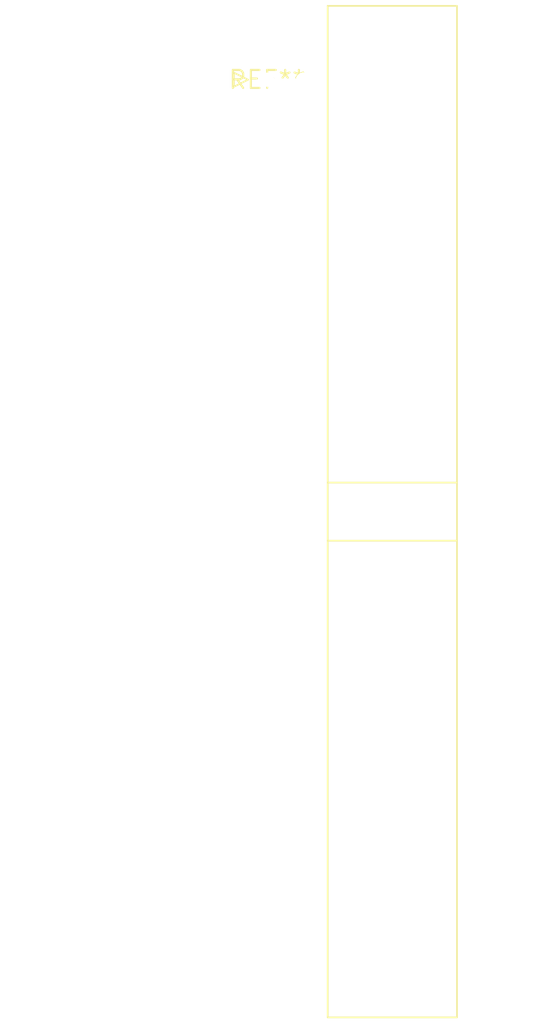
<source format=kicad_pcb>
(kicad_pcb (version 20240108) (generator pcbnew)
  (layers (0 "F.Cu" signal) (31 "B.Cu" signal) (34 "B.Paste" user) (35 "F.Paste" user) (36 "B.SilkS" user "B.Silkscreen") (37 "F.SilkS" user "F.Silkscreen") (38 "B.Mask" user) (39 "F.Mask" user) (44 "Edge.Cuts" user))
  (net 0 "")
  (footprint "IDC-Header_2x25_P2.54mm_Horizontal" (layer "F.Cu") (at 0 0)
    (property "Reference" "REF**")
    (property "Value" "IDC-Header_2x25_P2.54mm_Horizontal")
    (fp_line (start -2.35 -0.5) (end -2.35 0.5) (layer "F.SilkS") (stroke (width 0.12)))
    (fp_line (start -2.35 0.5) (end -1.35 0) (layer "F.SilkS") (stroke (width 0.12)))
    (fp_line (start -1.35 0) (end -2.35 -0.5) (layer "F.SilkS") (stroke (width 0.12)))
    (fp_line (start 4.27 -5.21) (end 13.39 -5.21) (layer "F.SilkS") (stroke (width 0.12)))
    (fp_line (start 4.27 28.43) (end 13.39 28.43) (layer "F.SilkS") (stroke (width 0.12)))
    (fp_line (start 4.27 32.53) (end 13.39 32.53) (layer "F.SilkS") (stroke (width 0.12)))
    (fp_line (start 4.27 66.17) (end 4.27 -5.21) (layer "F.SilkS") (stroke (width 0.12)))
    (fp_line (start 13.39 -5.21) (end 13.39 66.17) (layer "F.SilkS") (stroke (width 0.12)))
    (fp_line (start 13.39 66.17) (end 4.27 66.17) (layer "F.SilkS") (stroke (width 0.12)))
    (pad "1" thru_hole roundrect (at 0 0) (size 1.7 1.7) (drill 1) (layers *.Cu *.Mask) (remove_unused_layers) (roundrect_rratio 0.147059))
    (pad "2" thru_hole circle (at 2.54 0) (size 1.7 1.7) (drill 1) (layers *.Cu *.Mask) (remove_unused_layers))
    (pad "3" thru_hole circle (at 0 2.54) (size 1.7 1.7) (drill 1) (layers *.Cu *.Mask) (remove_unused_layers))
    (pad "4" thru_hole circle (at 2.54 2.54) (size 1.7 1.7) (drill 1) (layers *.Cu *.Mask) (remove_unused_layers))
    (pad "5" thru_hole circle (at 0 5.08) (size 1.7 1.7) (drill 1) (layers *.Cu *.Mask) (remove_unused_layers))
    (pad "6" thru_hole circle (at 2.54 5.08) (size 1.7 1.7) (drill 1) (layers *.Cu *.Mask) (remove_unused_layers))
    (pad "7" thru_hole circle (at 0 7.62) (size 1.7 1.7) (drill 1) (layers *.Cu *.Mask) (remove_unused_layers))
    (pad "8" thru_hole circle (at 2.54 7.62) (size 1.7 1.7) (drill 1) (layers *.Cu *.Mask) (remove_unused_layers))
    (pad "9" thru_hole circle (at 0 10.16) (size 1.7 1.7) (drill 1) (layers *.Cu *.Mask) (remove_unused_layers))
    (pad "10" thru_hole circle (at 2.54 10.16) (size 1.7 1.7) (drill 1) (layers *.Cu *.Mask) (remove_unused_layers))
    (pad "11" thru_hole circle (at 0 12.7) (size 1.7 1.7) (drill 1) (layers *.Cu *.Mask) (remove_unused_layers))
    (pad "12" thru_hole circle (at 2.54 12.7) (size 1.7 1.7) (drill 1) (layers *.Cu *.Mask) (remove_unused_layers))
    (pad "13" thru_hole circle (at 0 15.24) (size 1.7 1.7) (drill 1) (layers *.Cu *.Mask) (remove_unused_layers))
    (pad "14" thru_hole circle (at 2.54 15.24) (size 1.7 1.7) (drill 1) (layers *.Cu *.Mask) (remove_unused_layers))
    (pad "15" thru_hole circle (at 0 17.78) (size 1.7 1.7) (drill 1) (layers *.Cu *.Mask) (remove_unused_layers))
    (pad "16" thru_hole circle (at 2.54 17.78) (size 1.7 1.7) (drill 1) (layers *.Cu *.Mask) (remove_unused_layers))
    (pad "17" thru_hole circle (at 0 20.32) (size 1.7 1.7) (drill 1) (layers *.Cu *.Mask) (remove_unused_layers))
    (pad "18" thru_hole circle (at 2.54 20.32) (size 1.7 1.7) (drill 1) (layers *.Cu *.Mask) (remove_unused_layers))
    (pad "19" thru_hole circle (at 0 22.86) (size 1.7 1.7) (drill 1) (layers *.Cu *.Mask) (remove_unused_layers))
    (pad "20" thru_hole circle (at 2.54 22.86) (size 1.7 1.7) (drill 1) (layers *.Cu *.Mask) (remove_unused_layers))
    (pad "21" thru_hole circle (at 0 25.4) (size 1.7 1.7) (drill 1) (layers *.Cu *.Mask) (remove_unused_layers))
    (pad "22" thru_hole circle (at 2.54 25.4) (size 1.7 1.7) (drill 1) (layers *.Cu *.Mask) (remove_unused_layers))
    (pad "23" thru_hole circle (at 0 27.94) (size 1.7 1.7) (drill 1) (layers *.Cu *.Mask) (remove_unused_layers))
    (pad "24" thru_hole circle (at 2.54 27.94) (size 1.7 1.7) (drill 1) (layers *.Cu *.Mask) (remove_unused_layers))
    (pad "25" thru_hole circle (at 0 30.48) (size 1.7 1.7) (drill 1) (layers *.Cu *.Mask) (remove_unused_layers))
    (pad "26" thru_hole circle (at 2.54 30.48) (size 1.7 1.7) (drill 1) (layers *.Cu *.Mask) (remove_unused_layers))
    (pad "27" thru_hole circle (at 0 33.02) (size 1.7 1.7) (drill 1) (layers *.Cu *.Mask) (remove_unused_layers))
    (pad "28" thru_hole circle (at 2.54 33.02) (size 1.7 1.7) (drill 1) (layers *.Cu *.Mask) (remove_unused_layers))
    (pad "29" thru_hole circle (at 0 35.56) (size 1.7 1.7) (drill 1) (layers *.Cu *.Mask) (remove_unused_layers))
    (pad "30" thru_hole circle (at 2.54 35.56) (size 1.7 1.7) (drill 1) (layers *.Cu *.Mask) (remove_unused_layers))
    (pad "31" thru_hole circle (at 0 38.1) (size 1.7 1.7) (drill 1) (layers *.Cu *.Mask) (remove_unused_layers))
    (pad "32" thru_hole circle (at 2.54 38.1) (size 1.7 1.7) (drill 1) (layers *.Cu *.Mask) (remove_unused_layers))
    (pad "33" thru_hole circle (at 0 40.64) (size 1.7 1.7) (drill 1) (layers *.Cu *.Mask) (remove_unused_layers))
    (pad "34" thru_hole circle (at 2.54 40.64) (size 1.7 1.7) (drill 1) (layers *.Cu *.Mask) (remove_unused_layers))
    (pad "35" thru_hole circle (at 0 43.18) (size 1.7 1.7) (drill 1) (layers *.Cu *.Mask) (remove_unused_layers))
    (pad "36" thru_hole circle (at 2.54 43.18) (size 1.7 1.7) (drill 1) (layers *.Cu *.Mask) (remove_unused_layers))
    (pad "37" thru_hole circle (at 0 45.72) (size 1.7 1.7) (drill 1) (layers *.Cu *.Mask) (remove_unused_layers))
    (pad "38" thru_hole circle (at 2.54 45.72) (size 1.7 1.7) (drill 1) (layers *.Cu *.Mask) (remove_unused_layers))
    (pad "39" thru_hole circle (at 0 48.26) (size 1.7 1.7) (drill 1) (layers *.Cu *.Mask) (remove_unused_layers))
    (pad "40" thru_hole circle (at 2.54 48.26) (size 1.7 1.7) (drill 1) (layers *.Cu *.Mask) (remove_unused_layers))
    (pad "41" thru_hole circle (at 0 50.8) (size 1.7 1.7) (drill 1) (layers *.Cu *.Mask) (remove_unused_layers))
    (pad "42" thru_hole circle (at 2.54 50.8) (size 1.7 1.7) (drill 1) (layers *.Cu *.Mask) (remove_unused_layers))
    (pad "43" thru_hole circle (at 0 53.34) (size 1.7 1.7) (drill 1) (layers *.Cu *.Mask) (remove_unused_layers))
    (pad "44" thru_hole circle (at 2.54 53.34) (size 1.7 1.7) (drill 1) (layers *.Cu *.Mask) (remove_unused_layers))
    (pad "45" thru_hole circle (at 0 55.88) (size 1.7 1.7) (drill 1) (layers *.Cu *.Mask) (remove_unused_layers))
    (pad "46" thru_hole circle (at 2.54 55.88) (size 1.7 1.7) (drill 1) (layers *.Cu *.Mask) (remove_unused_layers))
    (pad "47" thru_hole circle (at 0 58.42) (size 1.7 1.7) (drill 1) (layers *.Cu *.Mask) (remove_unused_layers))
    (pad "48" thru_hole circle (at 2.54 58.42) (size 1.7 1.7) (drill 1) (layers *.Cu *.Mask) (remove_unused_layers))
    (pad "49" thru_hole circle (at 0 60.96) (size 1.7 1.7) (drill 1) (layers *.Cu *.Mask) (remove_unused_layers))
    (pad "50" thru_hole circle (at 2.54 60.96) (size 1.7 1.7) (drill 1) (layers *.Cu *.Mask) (remove_unused_layers))
  )
)
</source>
